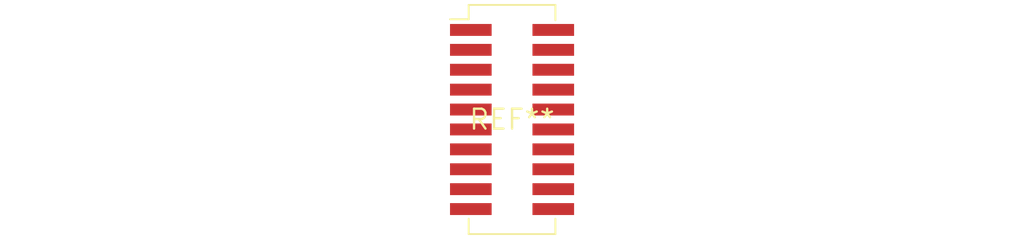
<source format=kicad_pcb>
(kicad_pcb (version 20240108) (generator pcbnew)
  (layers (0 "F.Cu" signal) (31 "B.Cu" signal) (34 "B.Paste" user) (35 "F.Paste" user) (36 "B.SilkS" user "B.Silkscreen") (37 "F.SilkS" user "F.Silkscreen") (38 "B.Mask" user) (39 "F.Mask" user) (44 "Edge.Cuts" user))
  (net 0 "")
  (footprint "SW_DIP_SPSTx10_Slide_KingTek_DSHP10TJ_W5.25mm_P1.27mm_JPin" (layer "F.Cu") (at 0 0)
    (property "Reference" "REF**")
    (property "Value" "SW_DIP_SPSTx10_Slide_KingTek_DSHP10TJ_W5.25mm_P1.27mm_JPin")
    (fp_line (start -3.951 -6.395) (end -2.761 -6.395) (layer "F.SilkS") (stroke (width 0.12)))
    (fp_line (start -2.761 -7.31) (end -2.761 -6.395) (layer "F.SilkS") (stroke (width 0.12)))
    (fp_line (start -2.761 -7.31) (end 2.76 -7.31) (layer "F.SilkS") (stroke (width 0.12)))
    (fp_line (start -2.761 6.335) (end -2.761 7.31) (layer "F.SilkS") (stroke (width 0.12)))
    (fp_line (start -2.761 7.31) (end 2.76 7.31) (layer "F.SilkS") (stroke (width 0.12)))
    (fp_line (start 2.76 -7.31) (end 2.76 -6.335) (layer "F.SilkS") (stroke (width 0.12)))
    (fp_line (start 2.76 6.335) (end 2.76 7.31) (layer "F.SilkS") (stroke (width 0.12)))
    (pad "1" smd rect (at -2.625 -5.715) (size 2.65 0.76) (layers "F.Cu" "F.Paste" "F.Mask"))
    (pad "2" smd rect (at -2.625 -4.445) (size 2.65 0.76) (layers "F.Cu" "F.Paste" "F.Mask"))
    (pad "3" smd rect (at -2.625 -3.175) (size 2.65 0.76) (layers "F.Cu" "F.Paste" "F.Mask"))
    (pad "4" smd rect (at -2.625 -1.905) (size 2.65 0.76) (layers "F.Cu" "F.Paste" "F.Mask"))
    (pad "5" smd rect (at -2.625 -0.635) (size 2.65 0.76) (layers "F.Cu" "F.Paste" "F.Mask"))
    (pad "6" smd rect (at -2.625 0.635) (size 2.65 0.76) (layers "F.Cu" "F.Paste" "F.Mask"))
    (pad "7" smd rect (at -2.625 1.905) (size 2.65 0.76) (layers "F.Cu" "F.Paste" "F.Mask"))
    (pad "8" smd rect (at -2.625 3.175) (size 2.65 0.76) (layers "F.Cu" "F.Paste" "F.Mask"))
    (pad "9" smd rect (at -2.625 4.445) (size 2.65 0.76) (layers "F.Cu" "F.Paste" "F.Mask"))
    (pad "10" smd rect (at -2.625 5.715) (size 2.65 0.76) (layers "F.Cu" "F.Paste" "F.Mask"))
    (pad "11" smd rect (at 2.625 5.715) (size 2.65 0.76) (layers "F.Cu" "F.Paste" "F.Mask"))
    (pad "12" smd rect (at 2.625 4.445) (size 2.65 0.76) (layers "F.Cu" "F.Paste" "F.Mask"))
    (pad "13" smd rect (at 2.625 3.175) (size 2.65 0.76) (layers "F.Cu" "F.Paste" "F.Mask"))
    (pad "14" smd rect (at 2.625 1.905) (size 2.65 0.76) (layers "F.Cu" "F.Paste" "F.Mask"))
    (pad "15" smd rect (at 2.625 0.635) (size 2.65 0.76) (layers "F.Cu" "F.Paste" "F.Mask"))
    (pad "16" smd rect (at 2.625 -0.635) (size 2.65 0.76) (layers "F.Cu" "F.Paste" "F.Mask"))
    (pad "17" smd rect (at 2.625 -1.905) (size 2.65 0.76) (layers "F.Cu" "F.Paste" "F.Mask"))
    (pad "18" smd rect (at 2.625 -3.175) (size 2.65 0.76) (layers "F.Cu" "F.Paste" "F.Mask"))
    (pad "19" smd rect (at 2.625 -4.445) (size 2.65 0.76) (layers "F.Cu" "F.Paste" "F.Mask"))
    (pad "20" smd rect (at 2.625 -5.715) (size 2.65 0.76) (layers "F.Cu" "F.Paste" "F.Mask"))
  )
)
</source>
